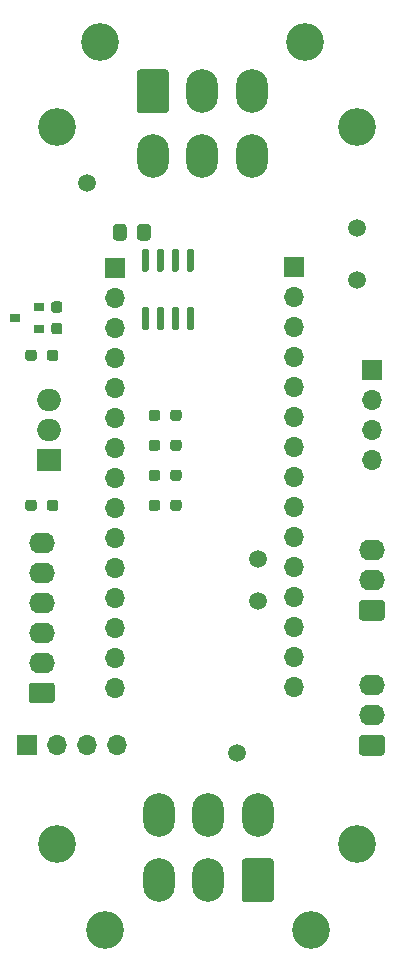
<source format=gbr>
G04 #@! TF.GenerationSoftware,KiCad,Pcbnew,(5.1.9)-1*
G04 #@! TF.CreationDate,2021-08-27T18:05:51-06:00*
G04 #@! TF.ProjectId,ddi_ampcd_controller,6464695f-616d-4706-9364-5f636f6e7472,1*
G04 #@! TF.SameCoordinates,Original*
G04 #@! TF.FileFunction,Soldermask,Top*
G04 #@! TF.FilePolarity,Negative*
%FSLAX46Y46*%
G04 Gerber Fmt 4.6, Leading zero omitted, Abs format (unit mm)*
G04 Created by KiCad (PCBNEW (5.1.9)-1) date 2021-08-27 18:05:51*
%MOMM*%
%LPD*%
G01*
G04 APERTURE LIST*
%ADD10O,2.000000X1.905000*%
%ADD11R,2.000000X1.905000*%
%ADD12R,0.900000X0.800000*%
%ADD13O,1.700000X1.700000*%
%ADD14R,1.700000X1.700000*%
%ADD15O,2.190000X1.740000*%
%ADD16C,3.200000*%
%ADD17C,1.500000*%
%ADD18O,2.700000X3.700000*%
G04 APERTURE END LIST*
D10*
X133985000Y-82550000D03*
X133985000Y-85090000D03*
D11*
X133985000Y-87630000D03*
G36*
G01*
X143362500Y-91202500D02*
X143362500Y-91677500D01*
G75*
G02*
X143125000Y-91915000I-237500J0D01*
G01*
X142625000Y-91915000D01*
G75*
G02*
X142387500Y-91677500I0J237500D01*
G01*
X142387500Y-91202500D01*
G75*
G02*
X142625000Y-90965000I237500J0D01*
G01*
X143125000Y-90965000D01*
G75*
G02*
X143362500Y-91202500I0J-237500D01*
G01*
G37*
G36*
G01*
X145187500Y-91202500D02*
X145187500Y-91677500D01*
G75*
G02*
X144950000Y-91915000I-237500J0D01*
G01*
X144450000Y-91915000D01*
G75*
G02*
X144212500Y-91677500I0J237500D01*
G01*
X144212500Y-91202500D01*
G75*
G02*
X144450000Y-90965000I237500J0D01*
G01*
X144950000Y-90965000D01*
G75*
G02*
X145187500Y-91202500I0J-237500D01*
G01*
G37*
G36*
G01*
X134857500Y-75140000D02*
X134382500Y-75140000D01*
G75*
G02*
X134145000Y-74902500I0J237500D01*
G01*
X134145000Y-74402500D01*
G75*
G02*
X134382500Y-74165000I237500J0D01*
G01*
X134857500Y-74165000D01*
G75*
G02*
X135095000Y-74402500I0J-237500D01*
G01*
X135095000Y-74902500D01*
G75*
G02*
X134857500Y-75140000I-237500J0D01*
G01*
G37*
G36*
G01*
X134857500Y-76965000D02*
X134382500Y-76965000D01*
G75*
G02*
X134145000Y-76727500I0J237500D01*
G01*
X134145000Y-76227500D01*
G75*
G02*
X134382500Y-75990000I237500J0D01*
G01*
X134857500Y-75990000D01*
G75*
G02*
X135095000Y-76227500I0J-237500D01*
G01*
X135095000Y-76727500D01*
G75*
G02*
X134857500Y-76965000I-237500J0D01*
G01*
G37*
G36*
G01*
X133775000Y-78977500D02*
X133775000Y-78502500D01*
G75*
G02*
X134012500Y-78265000I237500J0D01*
G01*
X134512500Y-78265000D01*
G75*
G02*
X134750000Y-78502500I0J-237500D01*
G01*
X134750000Y-78977500D01*
G75*
G02*
X134512500Y-79215000I-237500J0D01*
G01*
X134012500Y-79215000D01*
G75*
G02*
X133775000Y-78977500I0J237500D01*
G01*
G37*
G36*
G01*
X131950000Y-78977500D02*
X131950000Y-78502500D01*
G75*
G02*
X132187500Y-78265000I237500J0D01*
G01*
X132687500Y-78265000D01*
G75*
G02*
X132925000Y-78502500I0J-237500D01*
G01*
X132925000Y-78977500D01*
G75*
G02*
X132687500Y-79215000I-237500J0D01*
G01*
X132187500Y-79215000D01*
G75*
G02*
X131950000Y-78977500I0J237500D01*
G01*
G37*
G36*
G01*
X132925000Y-91202500D02*
X132925000Y-91677500D01*
G75*
G02*
X132687500Y-91915000I-237500J0D01*
G01*
X132187500Y-91915000D01*
G75*
G02*
X131950000Y-91677500I0J237500D01*
G01*
X131950000Y-91202500D01*
G75*
G02*
X132187500Y-90965000I237500J0D01*
G01*
X132687500Y-90965000D01*
G75*
G02*
X132925000Y-91202500I0J-237500D01*
G01*
G37*
G36*
G01*
X134750000Y-91202500D02*
X134750000Y-91677500D01*
G75*
G02*
X134512500Y-91915000I-237500J0D01*
G01*
X134012500Y-91915000D01*
G75*
G02*
X133775000Y-91677500I0J237500D01*
G01*
X133775000Y-91202500D01*
G75*
G02*
X134012500Y-90965000I237500J0D01*
G01*
X134512500Y-90965000D01*
G75*
G02*
X134750000Y-91202500I0J-237500D01*
G01*
G37*
D12*
X131080000Y-75565000D03*
X133080000Y-74615000D03*
X133080000Y-76515000D03*
G36*
G01*
X143362500Y-86122500D02*
X143362500Y-86597500D01*
G75*
G02*
X143125000Y-86835000I-237500J0D01*
G01*
X142625000Y-86835000D01*
G75*
G02*
X142387500Y-86597500I0J237500D01*
G01*
X142387500Y-86122500D01*
G75*
G02*
X142625000Y-85885000I237500J0D01*
G01*
X143125000Y-85885000D01*
G75*
G02*
X143362500Y-86122500I0J-237500D01*
G01*
G37*
G36*
G01*
X145187500Y-86122500D02*
X145187500Y-86597500D01*
G75*
G02*
X144950000Y-86835000I-237500J0D01*
G01*
X144450000Y-86835000D01*
G75*
G02*
X144212500Y-86597500I0J237500D01*
G01*
X144212500Y-86122500D01*
G75*
G02*
X144450000Y-85885000I237500J0D01*
G01*
X144950000Y-85885000D01*
G75*
G02*
X145187500Y-86122500I0J-237500D01*
G01*
G37*
G36*
G01*
X144212500Y-84057500D02*
X144212500Y-83582500D01*
G75*
G02*
X144450000Y-83345000I237500J0D01*
G01*
X144950000Y-83345000D01*
G75*
G02*
X145187500Y-83582500I0J-237500D01*
G01*
X145187500Y-84057500D01*
G75*
G02*
X144950000Y-84295000I-237500J0D01*
G01*
X144450000Y-84295000D01*
G75*
G02*
X144212500Y-84057500I0J237500D01*
G01*
G37*
G36*
G01*
X142387500Y-84057500D02*
X142387500Y-83582500D01*
G75*
G02*
X142625000Y-83345000I237500J0D01*
G01*
X143125000Y-83345000D01*
G75*
G02*
X143362500Y-83582500I0J-237500D01*
G01*
X143362500Y-84057500D01*
G75*
G02*
X143125000Y-84295000I-237500J0D01*
G01*
X142625000Y-84295000D01*
G75*
G02*
X142387500Y-84057500I0J237500D01*
G01*
G37*
G36*
G01*
X144212500Y-89137500D02*
X144212500Y-88662500D01*
G75*
G02*
X144450000Y-88425000I237500J0D01*
G01*
X144950000Y-88425000D01*
G75*
G02*
X145187500Y-88662500I0J-237500D01*
G01*
X145187500Y-89137500D01*
G75*
G02*
X144950000Y-89375000I-237500J0D01*
G01*
X144450000Y-89375000D01*
G75*
G02*
X144212500Y-89137500I0J237500D01*
G01*
G37*
G36*
G01*
X142387500Y-89137500D02*
X142387500Y-88662500D01*
G75*
G02*
X142625000Y-88425000I237500J0D01*
G01*
X143125000Y-88425000D01*
G75*
G02*
X143362500Y-88662500I0J-237500D01*
G01*
X143362500Y-89137500D01*
G75*
G02*
X143125000Y-89375000I-237500J0D01*
G01*
X142625000Y-89375000D01*
G75*
G02*
X142387500Y-89137500I0J237500D01*
G01*
G37*
D13*
X161290000Y-87630000D03*
X161290000Y-85090000D03*
X161290000Y-82550000D03*
D14*
X161290000Y-80010000D03*
D13*
X139700000Y-111760000D03*
X137160000Y-111760000D03*
X134620000Y-111760000D03*
D14*
X132080000Y-111760000D03*
D15*
X161290000Y-95250000D03*
X161290000Y-97790000D03*
G36*
G01*
X162135001Y-101200000D02*
X160444999Y-101200000D01*
G75*
G02*
X160195000Y-100950001I0J249999D01*
G01*
X160195000Y-99709999D01*
G75*
G02*
X160444999Y-99460000I249999J0D01*
G01*
X162135001Y-99460000D01*
G75*
G02*
X162385000Y-99709999I0J-249999D01*
G01*
X162385000Y-100950001D01*
G75*
G02*
X162135001Y-101200000I-249999J0D01*
G01*
G37*
X161290000Y-106680000D03*
X161290000Y-109220000D03*
G36*
G01*
X162135001Y-112630000D02*
X160444999Y-112630000D01*
G75*
G02*
X160195000Y-112380001I0J249999D01*
G01*
X160195000Y-111139999D01*
G75*
G02*
X160444999Y-110890000I249999J0D01*
G01*
X162135001Y-110890000D01*
G75*
G02*
X162385000Y-111139999I0J-249999D01*
G01*
X162385000Y-112380001D01*
G75*
G02*
X162135001Y-112630000I-249999J0D01*
G01*
G37*
X133350000Y-94615000D03*
X133350000Y-97155000D03*
X133350000Y-99695000D03*
X133350000Y-102235000D03*
X133350000Y-104775000D03*
G36*
G01*
X134195001Y-108185000D02*
X132504999Y-108185000D01*
G75*
G02*
X132255000Y-107935001I0J249999D01*
G01*
X132255000Y-106694999D01*
G75*
G02*
X132504999Y-106445000I249999J0D01*
G01*
X134195001Y-106445000D01*
G75*
G02*
X134445000Y-106694999I0J-249999D01*
G01*
X134445000Y-107935001D01*
G75*
G02*
X134195001Y-108185000I-249999J0D01*
G01*
G37*
D13*
X139547600Y-106883200D03*
X139547600Y-104343200D03*
X139547600Y-101803200D03*
X139547600Y-99263200D03*
X139547600Y-96723200D03*
X139547600Y-94183200D03*
X139547600Y-91643200D03*
X139547600Y-89103200D03*
X139547600Y-86563200D03*
X139547600Y-84023200D03*
X139547600Y-81483200D03*
X139547600Y-78943200D03*
X139547600Y-76403200D03*
X139547600Y-73863200D03*
D14*
X139547600Y-71323200D03*
D13*
X154686000Y-106807000D03*
X154686000Y-104267000D03*
X154686000Y-101727000D03*
X154686000Y-99187000D03*
X154686000Y-96647000D03*
X154686000Y-94107000D03*
X154686000Y-91567000D03*
X154686000Y-89027000D03*
X154686000Y-86487000D03*
X154686000Y-83947000D03*
X154686000Y-81407000D03*
X154686000Y-78867000D03*
X154686000Y-76327000D03*
X154686000Y-73787000D03*
D14*
X154686000Y-71247000D03*
D16*
X160020000Y-120142000D03*
X134620000Y-120142000D03*
X134620000Y-59436000D03*
X160020000Y-59436000D03*
G36*
G01*
X142570000Y-67875999D02*
X142570000Y-68776001D01*
G75*
G02*
X142320001Y-69026000I-249999J0D01*
G01*
X141669999Y-69026000D01*
G75*
G02*
X141420000Y-68776001I0J249999D01*
G01*
X141420000Y-67875999D01*
G75*
G02*
X141669999Y-67626000I249999J0D01*
G01*
X142320001Y-67626000D01*
G75*
G02*
X142570000Y-67875999I0J-249999D01*
G01*
G37*
G36*
G01*
X140520000Y-67875999D02*
X140520000Y-68776001D01*
G75*
G02*
X140270001Y-69026000I-249999J0D01*
G01*
X139619999Y-69026000D01*
G75*
G02*
X139370000Y-68776001I0J249999D01*
G01*
X139370000Y-67875999D01*
G75*
G02*
X139619999Y-67626000I249999J0D01*
G01*
X140270001Y-67626000D01*
G75*
G02*
X140520000Y-67875999I0J-249999D01*
G01*
G37*
D17*
X160020000Y-72390000D03*
X137160000Y-64135000D03*
X149860000Y-112395000D03*
X160020000Y-67945000D03*
X151638000Y-96012000D03*
X151638000Y-99568000D03*
G36*
G01*
X142263000Y-76602000D02*
X141963000Y-76602000D01*
G75*
G02*
X141813000Y-76452000I0J150000D01*
G01*
X141813000Y-74802000D01*
G75*
G02*
X141963000Y-74652000I150000J0D01*
G01*
X142263000Y-74652000D01*
G75*
G02*
X142413000Y-74802000I0J-150000D01*
G01*
X142413000Y-76452000D01*
G75*
G02*
X142263000Y-76602000I-150000J0D01*
G01*
G37*
G36*
G01*
X143533000Y-76602000D02*
X143233000Y-76602000D01*
G75*
G02*
X143083000Y-76452000I0J150000D01*
G01*
X143083000Y-74802000D01*
G75*
G02*
X143233000Y-74652000I150000J0D01*
G01*
X143533000Y-74652000D01*
G75*
G02*
X143683000Y-74802000I0J-150000D01*
G01*
X143683000Y-76452000D01*
G75*
G02*
X143533000Y-76602000I-150000J0D01*
G01*
G37*
G36*
G01*
X144803000Y-76602000D02*
X144503000Y-76602000D01*
G75*
G02*
X144353000Y-76452000I0J150000D01*
G01*
X144353000Y-74802000D01*
G75*
G02*
X144503000Y-74652000I150000J0D01*
G01*
X144803000Y-74652000D01*
G75*
G02*
X144953000Y-74802000I0J-150000D01*
G01*
X144953000Y-76452000D01*
G75*
G02*
X144803000Y-76602000I-150000J0D01*
G01*
G37*
G36*
G01*
X146073000Y-76602000D02*
X145773000Y-76602000D01*
G75*
G02*
X145623000Y-76452000I0J150000D01*
G01*
X145623000Y-74802000D01*
G75*
G02*
X145773000Y-74652000I150000J0D01*
G01*
X146073000Y-74652000D01*
G75*
G02*
X146223000Y-74802000I0J-150000D01*
G01*
X146223000Y-76452000D01*
G75*
G02*
X146073000Y-76602000I-150000J0D01*
G01*
G37*
G36*
G01*
X146073000Y-71652000D02*
X145773000Y-71652000D01*
G75*
G02*
X145623000Y-71502000I0J150000D01*
G01*
X145623000Y-69852000D01*
G75*
G02*
X145773000Y-69702000I150000J0D01*
G01*
X146073000Y-69702000D01*
G75*
G02*
X146223000Y-69852000I0J-150000D01*
G01*
X146223000Y-71502000D01*
G75*
G02*
X146073000Y-71652000I-150000J0D01*
G01*
G37*
G36*
G01*
X144803000Y-71652000D02*
X144503000Y-71652000D01*
G75*
G02*
X144353000Y-71502000I0J150000D01*
G01*
X144353000Y-69852000D01*
G75*
G02*
X144503000Y-69702000I150000J0D01*
G01*
X144803000Y-69702000D01*
G75*
G02*
X144953000Y-69852000I0J-150000D01*
G01*
X144953000Y-71502000D01*
G75*
G02*
X144803000Y-71652000I-150000J0D01*
G01*
G37*
G36*
G01*
X143533000Y-71652000D02*
X143233000Y-71652000D01*
G75*
G02*
X143083000Y-71502000I0J150000D01*
G01*
X143083000Y-69852000D01*
G75*
G02*
X143233000Y-69702000I150000J0D01*
G01*
X143533000Y-69702000D01*
G75*
G02*
X143683000Y-69852000I0J-150000D01*
G01*
X143683000Y-71502000D01*
G75*
G02*
X143533000Y-71652000I-150000J0D01*
G01*
G37*
G36*
G01*
X142263000Y-71652000D02*
X141963000Y-71652000D01*
G75*
G02*
X141813000Y-71502000I0J150000D01*
G01*
X141813000Y-69852000D01*
G75*
G02*
X141963000Y-69702000I150000J0D01*
G01*
X142263000Y-69702000D01*
G75*
G02*
X142413000Y-69852000I0J-150000D01*
G01*
X142413000Y-71502000D01*
G75*
G02*
X142263000Y-71652000I-150000J0D01*
G01*
G37*
G36*
G01*
X141398000Y-57987999D02*
X141398000Y-54788001D01*
G75*
G02*
X141648001Y-54538000I250001J0D01*
G01*
X143847999Y-54538000D01*
G75*
G02*
X144098000Y-54788001I0J-250001D01*
G01*
X144098000Y-57987999D01*
G75*
G02*
X143847999Y-58238000I-250001J0D01*
G01*
X141648001Y-58238000D01*
G75*
G02*
X141398000Y-57987999I0J250001D01*
G01*
G37*
D18*
X146948000Y-56388000D03*
X151148000Y-56388000D03*
X142748000Y-61888000D03*
X146948000Y-61888000D03*
X151148000Y-61888000D03*
D16*
X138248000Y-52188000D03*
X155648000Y-52188000D03*
G36*
G01*
X152988000Y-121590001D02*
X152988000Y-124789999D01*
G75*
G02*
X152737999Y-125040000I-250001J0D01*
G01*
X150538001Y-125040000D01*
G75*
G02*
X150288000Y-124789999I0J250001D01*
G01*
X150288000Y-121590001D01*
G75*
G02*
X150538001Y-121340000I250001J0D01*
G01*
X152737999Y-121340000D01*
G75*
G02*
X152988000Y-121590001I0J-250001D01*
G01*
G37*
D18*
X147438000Y-123190000D03*
X143238000Y-123190000D03*
X151638000Y-117690000D03*
X147438000Y-117690000D03*
X143238000Y-117690000D03*
D16*
X156138000Y-127390000D03*
X138738000Y-127390000D03*
M02*

</source>
